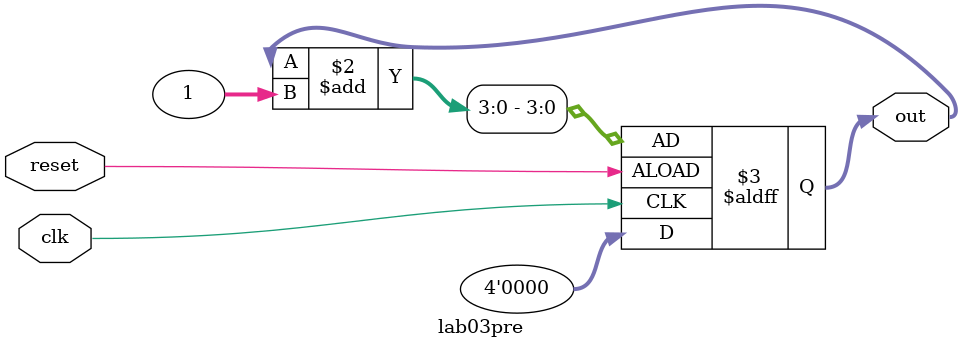
<source format=v>
`timescale 1ns / 1ps


module lab03pre(
    input clk, input reset,
    output [3:0]out
    );
    
    reg [3:0]out;
        
    always @(posedge clk or negedge reset)
        if(reset)
            out <= 4'd0;
        else
            out = out + 1;
   
    
endmodule

</source>
